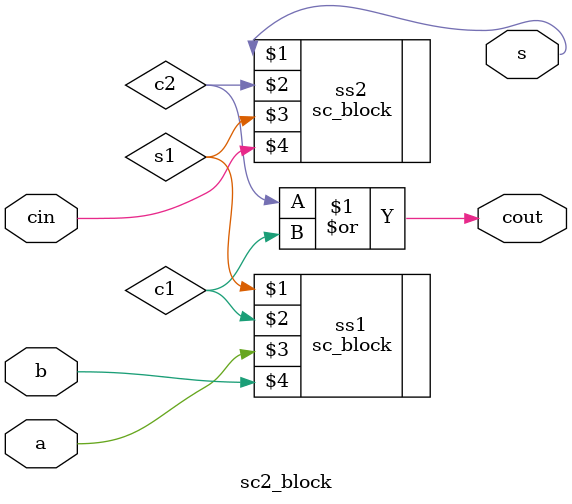
<source format=v>

module sc2_block(s, cout, a, b, cin);
	output s, cout;
	input a, b, cin;
	wire s1, c1, c2;
	sc_block ss1(s1,c1,a,b);
	sc_block ss2(s,c2,s1,cin);
	or o1(cout,c2,c1); 

endmodule // sc2_block

</source>
